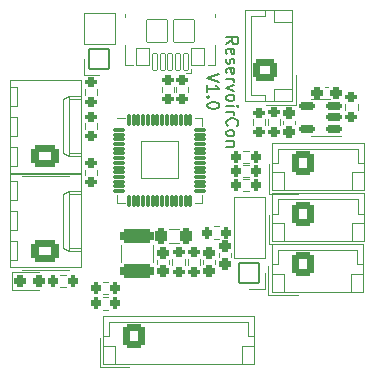
<source format=gto>
G04 #@! TF.GenerationSoftware,KiCad,Pcbnew,(6.0.7)*
G04 #@! TF.CreationDate,2022-10-27T11:51:29+02:00*
G04 #@! TF.ProjectId,reservoirCon,72657365-7276-46f6-9972-436f6e2e6b69,rev?*
G04 #@! TF.SameCoordinates,Original*
G04 #@! TF.FileFunction,Legend,Top*
G04 #@! TF.FilePolarity,Positive*
%FSLAX46Y46*%
G04 Gerber Fmt 4.6, Leading zero omitted, Abs format (unit mm)*
G04 Created by KiCad (PCBNEW (6.0.7)) date 2022-10-27 11:51:29*
%MOMM*%
%LPD*%
G01*
G04 APERTURE LIST*
G04 Aperture macros list*
%AMRoundRect*
0 Rectangle with rounded corners*
0 $1 Rounding radius*
0 $2 $3 $4 $5 $6 $7 $8 $9 X,Y pos of 4 corners*
0 Add a 4 corners polygon primitive as box body*
4,1,4,$2,$3,$4,$5,$6,$7,$8,$9,$2,$3,0*
0 Add four circle primitives for the rounded corners*
1,1,$1+$1,$2,$3*
1,1,$1+$1,$4,$5*
1,1,$1+$1,$6,$7*
1,1,$1+$1,$8,$9*
0 Add four rect primitives between the rounded corners*
20,1,$1+$1,$2,$3,$4,$5,0*
20,1,$1+$1,$4,$5,$6,$7,0*
20,1,$1+$1,$6,$7,$8,$9,0*
20,1,$1+$1,$8,$9,$2,$3,0*%
G04 Aperture macros list end*
%ADD10C,0.150000*%
%ADD11C,0.120000*%
%ADD12RoundRect,0.300000X-0.600000X-0.750000X0.600000X-0.750000X0.600000X0.750000X-0.600000X0.750000X0*%
%ADD13O,1.800000X2.100000*%
%ADD14RoundRect,0.250000X-0.275000X0.200000X-0.275000X-0.200000X0.275000X-0.200000X0.275000X0.200000X0*%
%ADD15RoundRect,0.250000X-0.200000X-0.275000X0.200000X-0.275000X0.200000X0.275000X-0.200000X0.275000X0*%
%ADD16RoundRect,0.250000X0.275000X-0.200000X0.275000X0.200000X-0.275000X0.200000X-0.275000X-0.200000X0*%
%ADD17RoundRect,0.100000X-0.387500X-0.050000X0.387500X-0.050000X0.387500X0.050000X-0.387500X0.050000X0*%
%ADD18RoundRect,0.100000X-0.050000X-0.387500X0.050000X-0.387500X0.050000X0.387500X-0.050000X0.387500X0*%
%ADD19RoundRect,0.050000X-1.600000X-1.600000X1.600000X-1.600000X1.600000X1.600000X-1.600000X1.600000X0*%
%ADD20RoundRect,0.050000X0.850000X0.850000X-0.850000X0.850000X-0.850000X-0.850000X0.850000X-0.850000X0*%
%ADD21O,1.800000X1.800000*%
%ADD22RoundRect,0.250000X0.200000X0.275000X-0.200000X0.275000X-0.200000X-0.275000X0.200000X-0.275000X0*%
%ADD23C,3.300000*%
%ADD24RoundRect,0.300000X0.750000X-0.600000X0.750000X0.600000X-0.750000X0.600000X-0.750000X-0.600000X0*%
%ADD25O,2.100000X1.800000*%
%ADD26RoundRect,0.300000X0.845000X-0.620000X0.845000X0.620000X-0.845000X0.620000X-0.845000X-0.620000X0*%
%ADD27O,2.290000X1.840000*%
%ADD28RoundRect,0.300000X-0.600000X-0.725000X0.600000X-0.725000X0.600000X0.725000X-0.600000X0.725000X0*%
%ADD29O,1.800000X2.050000*%
%ADD30RoundRect,0.275000X0.250000X-0.225000X0.250000X0.225000X-0.250000X0.225000X-0.250000X-0.225000X0*%
%ADD31RoundRect,0.200000X0.512500X0.150000X-0.512500X0.150000X-0.512500X-0.150000X0.512500X-0.150000X0*%
%ADD32RoundRect,0.275000X-0.250000X0.225000X-0.250000X-0.225000X0.250000X-0.225000X0.250000X0.225000X0*%
%ADD33RoundRect,0.268750X-0.218750X-0.256250X0.218750X-0.256250X0.218750X0.256250X-0.218750X0.256250X0*%
%ADD34RoundRect,0.268750X0.218750X0.381250X-0.218750X0.381250X-0.218750X-0.381250X0.218750X-0.381250X0*%
%ADD35RoundRect,0.275000X0.225000X0.250000X-0.225000X0.250000X-0.225000X-0.250000X0.225000X-0.250000X0*%
%ADD36RoundRect,0.050000X0.200000X0.700000X-0.200000X0.700000X-0.200000X-0.700000X0.200000X-0.700000X0*%
%ADD37RoundRect,0.050000X0.875000X0.950000X-0.875000X0.950000X-0.875000X-0.950000X0.875000X-0.950000X0*%
%ADD38RoundRect,0.050000X0.575000X0.725000X-0.575000X0.725000X-0.575000X-0.725000X0.575000X-0.725000X0*%
%ADD39O,1.150000X2.000000*%
%ADD40RoundRect,0.300000X1.100000X-0.325000X1.100000X0.325000X-1.100000X0.325000X-1.100000X-0.325000X0*%
G04 APERTURE END LIST*
D10*
X155752619Y-96952380D02*
X156228809Y-96619047D01*
X155752619Y-96380952D02*
X156752619Y-96380952D01*
X156752619Y-96761904D01*
X156705000Y-96857142D01*
X156657380Y-96904761D01*
X156562142Y-96952380D01*
X156419285Y-96952380D01*
X156324047Y-96904761D01*
X156276428Y-96857142D01*
X156228809Y-96761904D01*
X156228809Y-96380952D01*
X155800238Y-97761904D02*
X155752619Y-97666666D01*
X155752619Y-97476190D01*
X155800238Y-97380952D01*
X155895476Y-97333333D01*
X156276428Y-97333333D01*
X156371666Y-97380952D01*
X156419285Y-97476190D01*
X156419285Y-97666666D01*
X156371666Y-97761904D01*
X156276428Y-97809523D01*
X156181190Y-97809523D01*
X156085952Y-97333333D01*
X155800238Y-98190476D02*
X155752619Y-98285714D01*
X155752619Y-98476190D01*
X155800238Y-98571428D01*
X155895476Y-98619047D01*
X155943095Y-98619047D01*
X156038333Y-98571428D01*
X156085952Y-98476190D01*
X156085952Y-98333333D01*
X156133571Y-98238095D01*
X156228809Y-98190476D01*
X156276428Y-98190476D01*
X156371666Y-98238095D01*
X156419285Y-98333333D01*
X156419285Y-98476190D01*
X156371666Y-98571428D01*
X155800238Y-99428571D02*
X155752619Y-99333333D01*
X155752619Y-99142857D01*
X155800238Y-99047619D01*
X155895476Y-99000000D01*
X156276428Y-99000000D01*
X156371666Y-99047619D01*
X156419285Y-99142857D01*
X156419285Y-99333333D01*
X156371666Y-99428571D01*
X156276428Y-99476190D01*
X156181190Y-99476190D01*
X156085952Y-99000000D01*
X155752619Y-99904761D02*
X156419285Y-99904761D01*
X156228809Y-99904761D02*
X156324047Y-99952380D01*
X156371666Y-100000000D01*
X156419285Y-100095238D01*
X156419285Y-100190476D01*
X156419285Y-100428571D02*
X155752619Y-100666666D01*
X156419285Y-100904761D01*
X155752619Y-101428571D02*
X155800238Y-101333333D01*
X155847857Y-101285714D01*
X155943095Y-101238095D01*
X156228809Y-101238095D01*
X156324047Y-101285714D01*
X156371666Y-101333333D01*
X156419285Y-101428571D01*
X156419285Y-101571428D01*
X156371666Y-101666666D01*
X156324047Y-101714285D01*
X156228809Y-101761904D01*
X155943095Y-101761904D01*
X155847857Y-101714285D01*
X155800238Y-101666666D01*
X155752619Y-101571428D01*
X155752619Y-101428571D01*
X155752619Y-102190476D02*
X156419285Y-102190476D01*
X156752619Y-102190476D02*
X156705000Y-102142857D01*
X156657380Y-102190476D01*
X156705000Y-102238095D01*
X156752619Y-102190476D01*
X156657380Y-102190476D01*
X155752619Y-102666666D02*
X156419285Y-102666666D01*
X156228809Y-102666666D02*
X156324047Y-102714285D01*
X156371666Y-102761904D01*
X156419285Y-102857142D01*
X156419285Y-102952380D01*
X155847857Y-103857142D02*
X155800238Y-103809523D01*
X155752619Y-103666666D01*
X155752619Y-103571428D01*
X155800238Y-103428571D01*
X155895476Y-103333333D01*
X155990714Y-103285714D01*
X156181190Y-103238095D01*
X156324047Y-103238095D01*
X156514523Y-103285714D01*
X156609761Y-103333333D01*
X156705000Y-103428571D01*
X156752619Y-103571428D01*
X156752619Y-103666666D01*
X156705000Y-103809523D01*
X156657380Y-103857142D01*
X155752619Y-104428571D02*
X155800238Y-104333333D01*
X155847857Y-104285714D01*
X155943095Y-104238095D01*
X156228809Y-104238095D01*
X156324047Y-104285714D01*
X156371666Y-104333333D01*
X156419285Y-104428571D01*
X156419285Y-104571428D01*
X156371666Y-104666666D01*
X156324047Y-104714285D01*
X156228809Y-104761904D01*
X155943095Y-104761904D01*
X155847857Y-104714285D01*
X155800238Y-104666666D01*
X155752619Y-104571428D01*
X155752619Y-104428571D01*
X156419285Y-105190476D02*
X155752619Y-105190476D01*
X156324047Y-105190476D02*
X156371666Y-105238095D01*
X156419285Y-105333333D01*
X156419285Y-105476190D01*
X156371666Y-105571428D01*
X156276428Y-105619047D01*
X155752619Y-105619047D01*
X155142619Y-99476190D02*
X154142619Y-99809523D01*
X155142619Y-100142857D01*
X154142619Y-101000000D02*
X154142619Y-100428571D01*
X154142619Y-100714285D02*
X155142619Y-100714285D01*
X154999761Y-100619047D01*
X154904523Y-100523809D01*
X154856904Y-100428571D01*
X154237857Y-101428571D02*
X154190238Y-101476190D01*
X154142619Y-101428571D01*
X154190238Y-101380952D01*
X154237857Y-101428571D01*
X154142619Y-101428571D01*
X155142619Y-102095238D02*
X155142619Y-102190476D01*
X155095000Y-102285714D01*
X155047380Y-102333333D01*
X154952142Y-102380952D01*
X154761666Y-102428571D01*
X154523571Y-102428571D01*
X154333095Y-102380952D01*
X154237857Y-102333333D01*
X154190238Y-102285714D01*
X154142619Y-102190476D01*
X154142619Y-102095238D01*
X154190238Y-102000000D01*
X154237857Y-101952380D01*
X154333095Y-101904761D01*
X154523571Y-101857142D01*
X154761666Y-101857142D01*
X154952142Y-101904761D01*
X155047380Y-101952380D01*
X155095000Y-102000000D01*
X155142619Y-102095238D01*
D11*
X159340000Y-109610000D02*
X161840000Y-109610000D01*
X160140000Y-107000000D02*
X160140000Y-105790000D01*
X167360000Y-107810000D02*
X166360000Y-107810000D01*
X166860000Y-107000000D02*
X167360000Y-107000000D01*
X166860000Y-105790000D02*
X166860000Y-107000000D01*
X160140000Y-105790000D02*
X166860000Y-105790000D01*
X160640000Y-107810000D02*
X160640000Y-109310000D01*
X159640000Y-109310000D02*
X167360000Y-109310000D01*
X167360000Y-105290000D02*
X159640000Y-105290000D01*
X159640000Y-107000000D02*
X160140000Y-107000000D01*
X159640000Y-107810000D02*
X160640000Y-107810000D01*
X159340000Y-107110000D02*
X159340000Y-109610000D01*
X166360000Y-107810000D02*
X166360000Y-109310000D01*
X159640000Y-105290000D02*
X159640000Y-109310000D01*
X167360000Y-109310000D02*
X167360000Y-105290000D01*
X166856250Y-102037742D02*
X166856250Y-102512258D01*
X165811250Y-102037742D02*
X165811250Y-102512258D01*
X145262742Y-119422500D02*
X145737258Y-119422500D01*
X145262742Y-118377500D02*
X145737258Y-118377500D01*
X151177500Y-115637258D02*
X151177500Y-115162742D01*
X152222500Y-115637258D02*
X152222500Y-115162742D01*
X153060000Y-110410000D02*
X153710000Y-110410000D01*
X146490000Y-110410000D02*
X146490000Y-109760000D01*
X153060000Y-103190000D02*
X153710000Y-103190000D01*
X147140000Y-110410000D02*
X146490000Y-110410000D01*
X147140000Y-103190000D02*
X146490000Y-103190000D01*
X153710000Y-103190000D02*
X153710000Y-103840000D01*
X153710000Y-110410000D02*
X153710000Y-109760000D01*
X146330000Y-96930000D02*
X143670000Y-96930000D01*
X146330000Y-96930000D02*
X146330000Y-94330000D01*
X143670000Y-96930000D02*
X143670000Y-94330000D01*
X145000000Y-99530000D02*
X143670000Y-99530000D01*
X143670000Y-99530000D02*
X143670000Y-98200000D01*
X146330000Y-94330000D02*
X143670000Y-94330000D01*
X142137258Y-117522500D02*
X141662742Y-117522500D01*
X142137258Y-116477500D02*
X141662742Y-116477500D01*
X159810000Y-100760000D02*
X161310000Y-100760000D01*
X159000000Y-101760000D02*
X159000000Y-101260000D01*
X161610000Y-102060000D02*
X161610000Y-99560000D01*
X159000000Y-101260000D02*
X157790000Y-101260000D01*
X157790000Y-94540000D02*
X159000000Y-94540000D01*
X157290000Y-101760000D02*
X161310000Y-101760000D01*
X159000000Y-94540000D02*
X159000000Y-94040000D01*
X157790000Y-101260000D02*
X157790000Y-94540000D01*
X159810000Y-94040000D02*
X159810000Y-95040000D01*
X159110000Y-102060000D02*
X161610000Y-102060000D01*
X161310000Y-94040000D02*
X157290000Y-94040000D01*
X157290000Y-94040000D02*
X157290000Y-101760000D01*
X159810000Y-95040000D02*
X161310000Y-95040000D01*
X161310000Y-101760000D02*
X161310000Y-94040000D01*
X159810000Y-101760000D02*
X159810000Y-100760000D01*
X142410000Y-114440000D02*
X142410000Y-109360000D01*
X143410000Y-114190000D02*
X142410000Y-114190000D01*
X143410000Y-114440000D02*
X142410000Y-114440000D01*
X137990000Y-111100000D02*
X137390000Y-111100000D01*
X137390000Y-115240000D02*
X137990000Y-115240000D01*
X137990000Y-108560000D02*
X137390000Y-108560000D01*
X137990000Y-110160000D02*
X137990000Y-108560000D01*
X137990000Y-113640000D02*
X137390000Y-113640000D01*
X137990000Y-112700000D02*
X137990000Y-111100000D01*
X143410000Y-107980000D02*
X137390000Y-107980000D01*
X142410000Y-109360000D02*
X143410000Y-109360000D01*
X143410000Y-109610000D02*
X142410000Y-109610000D01*
X137390000Y-107980000D02*
X137390000Y-115820000D01*
X143410000Y-115820000D02*
X143410000Y-107980000D01*
X137990000Y-115240000D02*
X137990000Y-113640000D01*
X138420000Y-116110000D02*
X142420000Y-116110000D01*
X141880000Y-109610000D02*
X142410000Y-109360000D01*
X137390000Y-110160000D02*
X137990000Y-110160000D01*
X141880000Y-114190000D02*
X141880000Y-109610000D01*
X137390000Y-112700000D02*
X137990000Y-112700000D01*
X137390000Y-115820000D02*
X143410000Y-115820000D01*
X142410000Y-114440000D02*
X141880000Y-114190000D01*
X157560000Y-120490000D02*
X157560000Y-121700000D01*
X158060000Y-124010000D02*
X158060000Y-119990000D01*
X145040000Y-121810000D02*
X145040000Y-124310000D01*
X145840000Y-121700000D02*
X145840000Y-120490000D01*
X145340000Y-121700000D02*
X145840000Y-121700000D01*
X145340000Y-122510000D02*
X146340000Y-122510000D01*
X158060000Y-119990000D02*
X145340000Y-119990000D01*
X145340000Y-124010000D02*
X158060000Y-124010000D01*
X158060000Y-122510000D02*
X157060000Y-122510000D01*
X157560000Y-121700000D02*
X158060000Y-121700000D01*
X145040000Y-124310000D02*
X147540000Y-124310000D01*
X157060000Y-122510000D02*
X157060000Y-124010000D01*
X145340000Y-119990000D02*
X145340000Y-124010000D01*
X146340000Y-122510000D02*
X146340000Y-124010000D01*
X145840000Y-120490000D02*
X157560000Y-120490000D01*
X153790000Y-115540580D02*
X153790000Y-115259420D01*
X154810000Y-115540580D02*
X154810000Y-115259420D01*
X152477500Y-115162742D02*
X152477500Y-115637258D01*
X153522500Y-115162742D02*
X153522500Y-115637258D01*
X163683750Y-104705000D02*
X165483750Y-104705000D01*
X163683750Y-104705000D02*
X162883750Y-104705000D01*
X163683750Y-101585000D02*
X162883750Y-101585000D01*
X163683750Y-101585000D02*
X164483750Y-101585000D01*
X161543750Y-103434420D02*
X161543750Y-103715580D01*
X160523750Y-103434420D02*
X160523750Y-103715580D01*
X149890000Y-115259420D02*
X149890000Y-115540580D01*
X150910000Y-115259420D02*
X150910000Y-115540580D01*
X142410000Y-106440000D02*
X141880000Y-106190000D01*
X142410000Y-106440000D02*
X142410000Y-101360000D01*
X137390000Y-104700000D02*
X137990000Y-104700000D01*
X137390000Y-107820000D02*
X143410000Y-107820000D01*
X141880000Y-101610000D02*
X142410000Y-101360000D01*
X137990000Y-100560000D02*
X137390000Y-100560000D01*
X137990000Y-107240000D02*
X137990000Y-105640000D01*
X137390000Y-102160000D02*
X137990000Y-102160000D01*
X137990000Y-102160000D02*
X137990000Y-100560000D01*
X137990000Y-103100000D02*
X137390000Y-103100000D01*
X143410000Y-106190000D02*
X142410000Y-106190000D01*
X141880000Y-106190000D02*
X141880000Y-101610000D01*
X137990000Y-105640000D02*
X137390000Y-105640000D01*
X137990000Y-104700000D02*
X137990000Y-103100000D01*
X137390000Y-107240000D02*
X137990000Y-107240000D01*
X138420000Y-108110000D02*
X142420000Y-108110000D01*
X143410000Y-107820000D02*
X143410000Y-99980000D01*
X142410000Y-101360000D02*
X143410000Y-101360000D01*
X137390000Y-99980000D02*
X137390000Y-107820000D01*
X143410000Y-106440000D02*
X142410000Y-106440000D01*
X143410000Y-99980000D02*
X137390000Y-99980000D01*
X143410000Y-101610000D02*
X142410000Y-101610000D01*
X159340000Y-111410000D02*
X159340000Y-113910000D01*
X160640000Y-112110000D02*
X160640000Y-113610000D01*
X159640000Y-112110000D02*
X160640000Y-112110000D01*
X166860000Y-110090000D02*
X166860000Y-111300000D01*
X160140000Y-110090000D02*
X166860000Y-110090000D01*
X166360000Y-112110000D02*
X166360000Y-113610000D01*
X159340000Y-113910000D02*
X161840000Y-113910000D01*
X166860000Y-111300000D02*
X167360000Y-111300000D01*
X159640000Y-111300000D02*
X160140000Y-111300000D01*
X167360000Y-112110000D02*
X166360000Y-112110000D01*
X160140000Y-111300000D02*
X160140000Y-110090000D01*
X159640000Y-113610000D02*
X167360000Y-113610000D01*
X167360000Y-113610000D02*
X167360000Y-109590000D01*
X159640000Y-109590000D02*
X159640000Y-113610000D01*
X167360000Y-109590000D02*
X159640000Y-109590000D01*
X157187742Y-107177500D02*
X157662258Y-107177500D01*
X157187742Y-108222500D02*
X157662258Y-108222500D01*
X143777500Y-101237258D02*
X143777500Y-100762742D01*
X144822500Y-101237258D02*
X144822500Y-100762742D01*
X157973750Y-103802258D02*
X157973750Y-103327742D01*
X159018750Y-103802258D02*
X159018750Y-103327742D01*
X139900000Y-116265000D02*
X137615000Y-116265000D01*
X137615000Y-116265000D02*
X137615000Y-117735000D01*
X137615000Y-117735000D02*
X139900000Y-117735000D01*
X151699622Y-112640000D02*
X150900378Y-112640000D01*
X151699622Y-113760000D02*
X150900378Y-113760000D01*
X156110000Y-114940580D02*
X156110000Y-114659420D01*
X155090000Y-114940580D02*
X155090000Y-114659420D01*
X157187742Y-107022500D02*
X157662258Y-107022500D01*
X157187742Y-105977500D02*
X157662258Y-105977500D01*
X144822500Y-108037258D02*
X144822500Y-107562742D01*
X143777500Y-108037258D02*
X143777500Y-107562742D01*
X160306250Y-103782258D02*
X160306250Y-103307742D01*
X159261250Y-103782258D02*
X159261250Y-103307742D01*
X154662742Y-113422500D02*
X155137258Y-113422500D01*
X154662742Y-112377500D02*
X155137258Y-112377500D01*
X157187742Y-108377500D02*
X157662258Y-108377500D01*
X157187742Y-109422500D02*
X157662258Y-109422500D01*
X164374330Y-101585000D02*
X164093170Y-101585000D01*
X164374330Y-100565000D02*
X164093170Y-100565000D01*
X167310000Y-116410000D02*
X166310000Y-116410000D01*
X167310000Y-117910000D02*
X167310000Y-113890000D01*
X166810000Y-115600000D02*
X167310000Y-115600000D01*
X167310000Y-113890000D02*
X159590000Y-113890000D01*
X159590000Y-117910000D02*
X167310000Y-117910000D01*
X166810000Y-114390000D02*
X166810000Y-115600000D01*
X159290000Y-118210000D02*
X161790000Y-118210000D01*
X166310000Y-116410000D02*
X166310000Y-117910000D01*
X159290000Y-115710000D02*
X159290000Y-118210000D01*
X160090000Y-114390000D02*
X166810000Y-114390000D01*
X160590000Y-116410000D02*
X160590000Y-117910000D01*
X160090000Y-115600000D02*
X160090000Y-114390000D01*
X159590000Y-116410000D02*
X160590000Y-116410000D01*
X159590000Y-113890000D02*
X159590000Y-117910000D01*
X159590000Y-115600000D02*
X160090000Y-115600000D01*
X144822500Y-103662742D02*
X144822500Y-104137258D01*
X143777500Y-103662742D02*
X143777500Y-104137258D01*
X152760000Y-99410000D02*
X152310000Y-99410000D01*
X154810000Y-96980000D02*
X154810000Y-98710000D01*
X152760000Y-99410000D02*
X152760000Y-99020000D01*
X154810000Y-98710000D02*
X154150000Y-98710000D01*
X147190000Y-96980000D02*
X147190000Y-98710000D01*
X154810000Y-94410000D02*
X154810000Y-94620000D01*
X147190000Y-94410000D02*
X147190000Y-94620000D01*
X147190000Y-98710000D02*
X147840000Y-98710000D01*
X146840000Y-115411252D02*
X146840000Y-113988748D01*
X149560000Y-115411252D02*
X149560000Y-113988748D01*
X151322500Y-100562742D02*
X151322500Y-101037258D01*
X150277500Y-100562742D02*
X150277500Y-101037258D01*
X151477500Y-100562742D02*
X151477500Y-101037258D01*
X152522500Y-100562742D02*
X152522500Y-101037258D01*
X159030000Y-115055000D02*
X159030000Y-109915000D01*
X156370000Y-115055000D02*
X156370000Y-109915000D01*
X159030000Y-117655000D02*
X157700000Y-117655000D01*
X159030000Y-116325000D02*
X159030000Y-117655000D01*
X159030000Y-109915000D02*
X156370000Y-109915000D01*
X159030000Y-115055000D02*
X156370000Y-115055000D01*
X145262742Y-117077500D02*
X145737258Y-117077500D01*
X145262742Y-118122500D02*
X145737258Y-118122500D01*
%LPC*%
D12*
X162250000Y-107000000D03*
D13*
X164750000Y-107000000D03*
D14*
X166333750Y-101450000D03*
X166333750Y-103100000D03*
D15*
X144675000Y-118900000D03*
X146325000Y-118900000D03*
D16*
X151700000Y-116225000D03*
X151700000Y-114575000D03*
D17*
X146662500Y-104200000D03*
X146662500Y-104600000D03*
X146662500Y-105000000D03*
X146662500Y-105400000D03*
X146662500Y-105800000D03*
X146662500Y-106200000D03*
X146662500Y-106600000D03*
X146662500Y-107000000D03*
X146662500Y-107400000D03*
X146662500Y-107800000D03*
X146662500Y-108200000D03*
X146662500Y-108600000D03*
X146662500Y-109000000D03*
X146662500Y-109400000D03*
D18*
X147500000Y-110237500D03*
X147900000Y-110237500D03*
X148300000Y-110237500D03*
X148700000Y-110237500D03*
X149100000Y-110237500D03*
X149500000Y-110237500D03*
X149900000Y-110237500D03*
X150300000Y-110237500D03*
X150700000Y-110237500D03*
X151100000Y-110237500D03*
X151500000Y-110237500D03*
X151900000Y-110237500D03*
X152300000Y-110237500D03*
X152700000Y-110237500D03*
D17*
X153537500Y-109400000D03*
X153537500Y-109000000D03*
X153537500Y-108600000D03*
X153537500Y-108200000D03*
X153537500Y-107800000D03*
X153537500Y-107400000D03*
X153537500Y-107000000D03*
X153537500Y-106600000D03*
X153537500Y-106200000D03*
X153537500Y-105800000D03*
X153537500Y-105400000D03*
X153537500Y-105000000D03*
X153537500Y-104600000D03*
X153537500Y-104200000D03*
D18*
X152700000Y-103362500D03*
X152300000Y-103362500D03*
X151900000Y-103362500D03*
X151500000Y-103362500D03*
X151100000Y-103362500D03*
X150700000Y-103362500D03*
X150300000Y-103362500D03*
X149900000Y-103362500D03*
X149500000Y-103362500D03*
X149100000Y-103362500D03*
X148700000Y-103362500D03*
X148300000Y-103362500D03*
X147900000Y-103362500D03*
X147500000Y-103362500D03*
D19*
X150100000Y-106800000D03*
D20*
X145000000Y-98200000D03*
D21*
X145000000Y-95660000D03*
D22*
X142725000Y-117000000D03*
X141075000Y-117000000D03*
D23*
X164400000Y-97000000D03*
D24*
X159000000Y-99150000D03*
D25*
X159000000Y-96650000D03*
D23*
X164400000Y-121000000D03*
D26*
X140420000Y-114440000D03*
D27*
X140420000Y-111900000D03*
X140420000Y-109360000D03*
D28*
X147950000Y-121700000D03*
D29*
X150450000Y-121700000D03*
X152950000Y-121700000D03*
X155450000Y-121700000D03*
D30*
X154300000Y-116175000D03*
X154300000Y-114625000D03*
D14*
X153000000Y-114575000D03*
X153000000Y-116225000D03*
D31*
X164821250Y-104095000D03*
X164821250Y-103145000D03*
X164821250Y-102195000D03*
X162546250Y-102195000D03*
X162546250Y-104095000D03*
D32*
X161033750Y-102800000D03*
X161033750Y-104350000D03*
X150400000Y-114625000D03*
X150400000Y-116175000D03*
D26*
X140420000Y-106440000D03*
D27*
X140420000Y-103900000D03*
X140420000Y-101360000D03*
D12*
X162250000Y-111300000D03*
D13*
X164750000Y-111300000D03*
D15*
X156600000Y-107700000D03*
X158250000Y-107700000D03*
D16*
X144300000Y-101825000D03*
X144300000Y-100175000D03*
D23*
X140400000Y-121000000D03*
D16*
X158496250Y-104390000D03*
X158496250Y-102740000D03*
D33*
X138312500Y-117000000D03*
X139887500Y-117000000D03*
D34*
X152362500Y-113200000D03*
X150237500Y-113200000D03*
D30*
X155600000Y-115575000D03*
X155600000Y-114025000D03*
D15*
X156600000Y-106500000D03*
X158250000Y-106500000D03*
D16*
X144300000Y-108625000D03*
X144300000Y-106975000D03*
X159783750Y-104370000D03*
X159783750Y-102720000D03*
D15*
X154075000Y-112900000D03*
X155725000Y-112900000D03*
X156600000Y-108900000D03*
X158250000Y-108900000D03*
D35*
X165008750Y-101075000D03*
X163458750Y-101075000D03*
D12*
X162200000Y-115600000D03*
D13*
X164700000Y-115600000D03*
D14*
X144300000Y-103075000D03*
X144300000Y-104725000D03*
D23*
X140400000Y-97000000D03*
D36*
X152300000Y-98450000D03*
X151650000Y-98450000D03*
X151000000Y-98450000D03*
X150350000Y-98450000D03*
X149700000Y-98450000D03*
D37*
X149875000Y-95800000D03*
X152125000Y-95800000D03*
D38*
X148680000Y-98030000D03*
D39*
X154575000Y-95800000D03*
X147425000Y-95800000D03*
D38*
X153320000Y-98030000D03*
D40*
X148200000Y-116175000D03*
X148200000Y-113225000D03*
D14*
X150800000Y-99975000D03*
X150800000Y-101625000D03*
X152000000Y-99975000D03*
X152000000Y-101625000D03*
D20*
X157700000Y-116325000D03*
D21*
X157700000Y-113785000D03*
X157700000Y-111245000D03*
D15*
X144675000Y-117600000D03*
X146325000Y-117600000D03*
M02*

</source>
